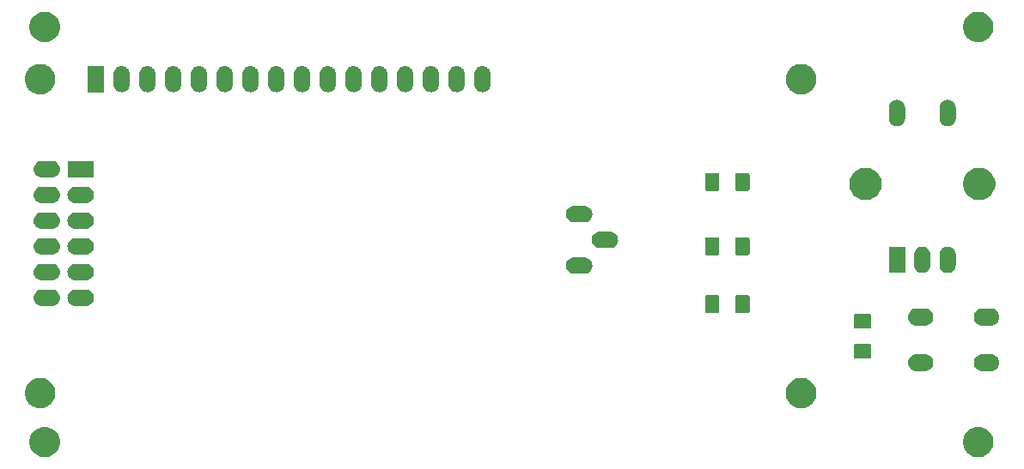
<source format=gbr>
G04 #@! TF.GenerationSoftware,KiCad,Pcbnew,(5.0.1)-rc2*
G04 #@! TF.CreationDate,2020-08-26T14:00:55+08:00*
G04 #@! TF.ProjectId,Peristaltic Pump PCB,506572697374616C7469632050756D70,rev?*
G04 #@! TF.SameCoordinates,PX2ebae40PY9d5b340*
G04 #@! TF.FileFunction,Soldermask,Top*
G04 #@! TF.FilePolarity,Negative*
%FSLAX46Y46*%
G04 Gerber Fmt 4.6, Leading zero omitted, Abs format (unit mm)*
G04 Created by KiCad (PCBNEW (5.0.1)-rc2) date 08/26/20 14:00:55*
%MOMM*%
%LPD*%
G01*
G04 APERTURE LIST*
%ADD10C,0.100000*%
G04 APERTURE END LIST*
D10*
G36*
X96340935Y61461571D02*
X96437534Y61442356D01*
X96710517Y61329283D01*
X96952920Y61167313D01*
X96956197Y61165124D01*
X97165124Y60956197D01*
X97329284Y60710515D01*
X97442356Y60437533D01*
X97500000Y60147739D01*
X97500000Y59852261D01*
X97442356Y59562467D01*
X97329284Y59289485D01*
X97165124Y59043803D01*
X96956197Y58834876D01*
X96956194Y58834874D01*
X96710517Y58670717D01*
X96437534Y58557644D01*
X96340935Y58538429D01*
X96147739Y58500000D01*
X95852261Y58500000D01*
X95659065Y58538429D01*
X95562466Y58557644D01*
X95289483Y58670717D01*
X95043806Y58834874D01*
X95043803Y58834876D01*
X94834876Y59043803D01*
X94670716Y59289485D01*
X94557644Y59562467D01*
X94500000Y59852261D01*
X94500000Y60147739D01*
X94557644Y60437533D01*
X94670716Y60710515D01*
X94834876Y60956197D01*
X95043803Y61165124D01*
X95047080Y61167313D01*
X95289483Y61329283D01*
X95562466Y61442356D01*
X95659065Y61461571D01*
X95852261Y61500000D01*
X96147739Y61500000D01*
X96340935Y61461571D01*
X96340935Y61461571D01*
G37*
G36*
X4340935Y61461571D02*
X4437534Y61442356D01*
X4710517Y61329283D01*
X4952920Y61167313D01*
X4956197Y61165124D01*
X5165124Y60956197D01*
X5329284Y60710515D01*
X5442356Y60437533D01*
X5500000Y60147739D01*
X5500000Y59852261D01*
X5442356Y59562467D01*
X5329284Y59289485D01*
X5165124Y59043803D01*
X4956197Y58834876D01*
X4956194Y58834874D01*
X4710517Y58670717D01*
X4437534Y58557644D01*
X4340935Y58538429D01*
X4147739Y58500000D01*
X3852261Y58500000D01*
X3659065Y58538429D01*
X3562466Y58557644D01*
X3289483Y58670717D01*
X3043806Y58834874D01*
X3043803Y58834876D01*
X2834876Y59043803D01*
X2670716Y59289485D01*
X2557644Y59562467D01*
X2500000Y59852261D01*
X2500000Y60147739D01*
X2557644Y60437533D01*
X2670716Y60710515D01*
X2834876Y60956197D01*
X3043803Y61165124D01*
X3047080Y61167313D01*
X3289483Y61329283D01*
X3562466Y61442356D01*
X3659065Y61461571D01*
X3852261Y61500000D01*
X4147739Y61500000D01*
X4340935Y61461571D01*
X4340935Y61461571D01*
G37*
G36*
X3896835Y66310871D02*
X3993434Y66291656D01*
X4266417Y66178583D01*
X4508820Y66016613D01*
X4512097Y66014424D01*
X4721024Y65805497D01*
X4885184Y65559815D01*
X4998256Y65286833D01*
X5055900Y64997039D01*
X5055900Y64701561D01*
X4998256Y64411767D01*
X4885184Y64138785D01*
X4721024Y63893103D01*
X4512097Y63684176D01*
X4512094Y63684174D01*
X4266417Y63520017D01*
X3993434Y63406944D01*
X3896835Y63387729D01*
X3703639Y63349300D01*
X3408161Y63349300D01*
X3214965Y63387729D01*
X3118366Y63406944D01*
X2845383Y63520017D01*
X2599706Y63684174D01*
X2599703Y63684176D01*
X2390776Y63893103D01*
X2226616Y64138785D01*
X2113544Y64411767D01*
X2055900Y64701561D01*
X2055900Y64997039D01*
X2113544Y65286833D01*
X2226616Y65559815D01*
X2390776Y65805497D01*
X2599703Y66014424D01*
X2602980Y66016613D01*
X2845383Y66178583D01*
X3118366Y66291656D01*
X3214965Y66310871D01*
X3408161Y66349300D01*
X3703639Y66349300D01*
X3896835Y66310871D01*
X3896835Y66310871D01*
G37*
G36*
X78895415Y66310871D02*
X78992014Y66291656D01*
X79264997Y66178583D01*
X79507400Y66016613D01*
X79510677Y66014424D01*
X79719604Y65805497D01*
X79883764Y65559815D01*
X79996836Y65286833D01*
X80054480Y64997039D01*
X80054480Y64701561D01*
X79996836Y64411767D01*
X79883764Y64138785D01*
X79719604Y63893103D01*
X79510677Y63684176D01*
X79510674Y63684174D01*
X79264997Y63520017D01*
X78992014Y63406944D01*
X78895415Y63387729D01*
X78702219Y63349300D01*
X78406741Y63349300D01*
X78213545Y63387729D01*
X78116946Y63406944D01*
X77843963Y63520017D01*
X77598286Y63684174D01*
X77598283Y63684176D01*
X77389356Y63893103D01*
X77225196Y64138785D01*
X77112124Y64411767D01*
X77054480Y64701561D01*
X77054480Y64997039D01*
X77112124Y65286833D01*
X77225196Y65559815D01*
X77389356Y65805497D01*
X77598283Y66014424D01*
X77601560Y66016613D01*
X77843963Y66178583D01*
X78116946Y66291656D01*
X78213545Y66310871D01*
X78406741Y66349300D01*
X78702219Y66349300D01*
X78895415Y66310871D01*
X78895415Y66310871D01*
G37*
G36*
X90901630Y68692701D02*
X91061855Y68644097D01*
X91209520Y68565169D01*
X91338949Y68458949D01*
X91445169Y68329520D01*
X91524097Y68181855D01*
X91572701Y68021630D01*
X91589112Y67855000D01*
X91572701Y67688370D01*
X91524097Y67528145D01*
X91445169Y67380480D01*
X91338949Y67251051D01*
X91209520Y67144831D01*
X91061855Y67065903D01*
X90901630Y67017299D01*
X90776752Y67005000D01*
X89893248Y67005000D01*
X89768370Y67017299D01*
X89608145Y67065903D01*
X89460480Y67144831D01*
X89331051Y67251051D01*
X89224831Y67380480D01*
X89145903Y67528145D01*
X89097299Y67688370D01*
X89080888Y67855000D01*
X89097299Y68021630D01*
X89145903Y68181855D01*
X89224831Y68329520D01*
X89331051Y68458949D01*
X89460480Y68565169D01*
X89608145Y68644097D01*
X89768370Y68692701D01*
X89893248Y68705000D01*
X90776752Y68705000D01*
X90901630Y68692701D01*
X90901630Y68692701D01*
G37*
G36*
X97401630Y68692701D02*
X97561855Y68644097D01*
X97709520Y68565169D01*
X97838949Y68458949D01*
X97945169Y68329520D01*
X98024097Y68181855D01*
X98072701Y68021630D01*
X98089112Y67855000D01*
X98072701Y67688370D01*
X98024097Y67528145D01*
X97945169Y67380480D01*
X97838949Y67251051D01*
X97709520Y67144831D01*
X97561855Y67065903D01*
X97401630Y67017299D01*
X97276752Y67005000D01*
X96393248Y67005000D01*
X96268370Y67017299D01*
X96108145Y67065903D01*
X95960480Y67144831D01*
X95831051Y67251051D01*
X95724831Y67380480D01*
X95645903Y67528145D01*
X95597299Y67688370D01*
X95580888Y67855000D01*
X95597299Y68021630D01*
X95645903Y68181855D01*
X95724831Y68329520D01*
X95831051Y68458949D01*
X95960480Y68565169D01*
X96108145Y68644097D01*
X96268370Y68692701D01*
X96393248Y68705000D01*
X97276752Y68705000D01*
X97401630Y68692701D01*
X97401630Y68692701D01*
G37*
G36*
X85358964Y69671163D02*
X85390528Y69661588D01*
X85419617Y69646040D01*
X85445114Y69625114D01*
X85466040Y69599617D01*
X85481588Y69570528D01*
X85491163Y69538964D01*
X85495000Y69500002D01*
X85495000Y68424998D01*
X85491163Y68386036D01*
X85481588Y68354472D01*
X85466040Y68325383D01*
X85445114Y68299886D01*
X85419617Y68278960D01*
X85390528Y68263412D01*
X85358964Y68253837D01*
X85320002Y68250000D01*
X83919998Y68250000D01*
X83881036Y68253837D01*
X83849472Y68263412D01*
X83820383Y68278960D01*
X83794886Y68299886D01*
X83773960Y68325383D01*
X83758412Y68354472D01*
X83748837Y68386036D01*
X83745000Y68424998D01*
X83745000Y69500002D01*
X83748837Y69538964D01*
X83758412Y69570528D01*
X83773960Y69599617D01*
X83794886Y69625114D01*
X83820383Y69646040D01*
X83849472Y69661588D01*
X83881036Y69671163D01*
X83919998Y69675000D01*
X85320002Y69675000D01*
X85358964Y69671163D01*
X85358964Y69671163D01*
G37*
G36*
X85358964Y72646163D02*
X85390528Y72636588D01*
X85419617Y72621040D01*
X85445114Y72600114D01*
X85466040Y72574617D01*
X85481588Y72545528D01*
X85491163Y72513964D01*
X85495000Y72475002D01*
X85495000Y71399998D01*
X85491163Y71361036D01*
X85481588Y71329472D01*
X85466040Y71300383D01*
X85445114Y71274886D01*
X85419617Y71253960D01*
X85390528Y71238412D01*
X85358964Y71228837D01*
X85320002Y71225000D01*
X83919998Y71225000D01*
X83881036Y71228837D01*
X83849472Y71238412D01*
X83820383Y71253960D01*
X83794886Y71274886D01*
X83773960Y71300383D01*
X83758412Y71329472D01*
X83748837Y71361036D01*
X83745000Y71399998D01*
X83745000Y72475002D01*
X83748837Y72513964D01*
X83758412Y72545528D01*
X83773960Y72574617D01*
X83794886Y72600114D01*
X83820383Y72621040D01*
X83849472Y72636588D01*
X83881036Y72646163D01*
X83919998Y72650000D01*
X85320002Y72650000D01*
X85358964Y72646163D01*
X85358964Y72646163D01*
G37*
G36*
X97401630Y73192701D02*
X97561855Y73144097D01*
X97709520Y73065169D01*
X97838949Y72958949D01*
X97945169Y72829520D01*
X98024097Y72681855D01*
X98072701Y72521630D01*
X98089112Y72355000D01*
X98072701Y72188370D01*
X98024097Y72028145D01*
X97945169Y71880480D01*
X97838949Y71751051D01*
X97709520Y71644831D01*
X97561855Y71565903D01*
X97401630Y71517299D01*
X97276752Y71505000D01*
X96393248Y71505000D01*
X96268370Y71517299D01*
X96108145Y71565903D01*
X95960480Y71644831D01*
X95831051Y71751051D01*
X95724831Y71880480D01*
X95645903Y72028145D01*
X95597299Y72188370D01*
X95580888Y72355000D01*
X95597299Y72521630D01*
X95645903Y72681855D01*
X95724831Y72829520D01*
X95831051Y72958949D01*
X95960480Y73065169D01*
X96108145Y73144097D01*
X96268370Y73192701D01*
X96393248Y73205000D01*
X97276752Y73205000D01*
X97401630Y73192701D01*
X97401630Y73192701D01*
G37*
G36*
X90901630Y73192701D02*
X91061855Y73144097D01*
X91209520Y73065169D01*
X91338949Y72958949D01*
X91445169Y72829520D01*
X91524097Y72681855D01*
X91572701Y72521630D01*
X91589112Y72355000D01*
X91572701Y72188370D01*
X91524097Y72028145D01*
X91445169Y71880480D01*
X91338949Y71751051D01*
X91209520Y71644831D01*
X91061855Y71565903D01*
X90901630Y71517299D01*
X90776752Y71505000D01*
X89893248Y71505000D01*
X89768370Y71517299D01*
X89608145Y71565903D01*
X89460480Y71644831D01*
X89331051Y71751051D01*
X89224831Y71880480D01*
X89145903Y72028145D01*
X89097299Y72188370D01*
X89080888Y72355000D01*
X89097299Y72521630D01*
X89145903Y72681855D01*
X89224831Y72829520D01*
X89331051Y72958949D01*
X89460480Y73065169D01*
X89608145Y73144097D01*
X89768370Y73192701D01*
X89893248Y73205000D01*
X90776752Y73205000D01*
X90901630Y73192701D01*
X90901630Y73192701D01*
G37*
G36*
X70373964Y74496163D02*
X70405528Y74486588D01*
X70434617Y74471040D01*
X70460114Y74450114D01*
X70481040Y74424617D01*
X70496588Y74395528D01*
X70506163Y74363964D01*
X70510000Y74325002D01*
X70510000Y72924998D01*
X70506163Y72886036D01*
X70496588Y72854472D01*
X70481040Y72825383D01*
X70460114Y72799886D01*
X70434617Y72778960D01*
X70405528Y72763412D01*
X70373964Y72753837D01*
X70335002Y72750000D01*
X69259998Y72750000D01*
X69221036Y72753837D01*
X69189472Y72763412D01*
X69160383Y72778960D01*
X69134886Y72799886D01*
X69113960Y72825383D01*
X69098412Y72854472D01*
X69088837Y72886036D01*
X69085000Y72924998D01*
X69085000Y74325002D01*
X69088837Y74363964D01*
X69098412Y74395528D01*
X69113960Y74424617D01*
X69134886Y74450114D01*
X69160383Y74471040D01*
X69189472Y74486588D01*
X69221036Y74496163D01*
X69259998Y74500000D01*
X70335002Y74500000D01*
X70373964Y74496163D01*
X70373964Y74496163D01*
G37*
G36*
X73348964Y74496163D02*
X73380528Y74486588D01*
X73409617Y74471040D01*
X73435114Y74450114D01*
X73456040Y74424617D01*
X73471588Y74395528D01*
X73481163Y74363964D01*
X73485000Y74325002D01*
X73485000Y72924998D01*
X73481163Y72886036D01*
X73471588Y72854472D01*
X73456040Y72825383D01*
X73435114Y72799886D01*
X73409617Y72778960D01*
X73380528Y72763412D01*
X73348964Y72753837D01*
X73310002Y72750000D01*
X72234998Y72750000D01*
X72196036Y72753837D01*
X72164472Y72763412D01*
X72135383Y72778960D01*
X72109886Y72799886D01*
X72088960Y72825383D01*
X72073412Y72854472D01*
X72063837Y72886036D01*
X72060000Y72924998D01*
X72060000Y74325002D01*
X72063837Y74363964D01*
X72073412Y74395528D01*
X72088960Y74424617D01*
X72109886Y74450114D01*
X72135383Y74471040D01*
X72164472Y74486588D01*
X72196036Y74496163D01*
X72234998Y74500000D01*
X73310002Y74500000D01*
X73348964Y74496163D01*
X73348964Y74496163D01*
G37*
G36*
X4827649Y75052283D02*
X4866827Y75048424D01*
X4942228Y75025551D01*
X5017629Y75002679D01*
X5156608Y74928392D01*
X5278422Y74828422D01*
X5378392Y74706608D01*
X5452679Y74567629D01*
X5452679Y74567628D01*
X5498424Y74416827D01*
X5505432Y74345671D01*
X5513870Y74260000D01*
X5498424Y74103174D01*
X5452679Y73952371D01*
X5378392Y73813392D01*
X5278422Y73691578D01*
X5156608Y73591608D01*
X5017629Y73517321D01*
X4942228Y73494449D01*
X4866827Y73471576D01*
X4827649Y73467717D01*
X4749295Y73460000D01*
X3670705Y73460000D01*
X3592351Y73467717D01*
X3553173Y73471576D01*
X3477772Y73494449D01*
X3402371Y73517321D01*
X3263392Y73591608D01*
X3141578Y73691578D01*
X3041608Y73813392D01*
X2967321Y73952371D01*
X2921576Y74103174D01*
X2906130Y74260000D01*
X2914568Y74345671D01*
X2921576Y74416827D01*
X2967321Y74567628D01*
X2967321Y74567629D01*
X3041608Y74706608D01*
X3141578Y74828422D01*
X3263392Y74928392D01*
X3402371Y75002679D01*
X3477772Y75025551D01*
X3553173Y75048424D01*
X3592351Y75052283D01*
X3670705Y75060000D01*
X4749295Y75060000D01*
X4827649Y75052283D01*
X4827649Y75052283D01*
G37*
G36*
X8167649Y75052283D02*
X8206827Y75048424D01*
X8282228Y75025551D01*
X8357629Y75002679D01*
X8496608Y74928392D01*
X8618422Y74828422D01*
X8718392Y74706608D01*
X8792679Y74567629D01*
X8792679Y74567628D01*
X8838424Y74416827D01*
X8845432Y74345671D01*
X8853870Y74260000D01*
X8838424Y74103174D01*
X8792679Y73952371D01*
X8718392Y73813392D01*
X8618422Y73691578D01*
X8496608Y73591608D01*
X8357629Y73517321D01*
X8282228Y73494449D01*
X8206827Y73471576D01*
X8167649Y73467717D01*
X8089295Y73460000D01*
X7010705Y73460000D01*
X6932351Y73467717D01*
X6893173Y73471576D01*
X6817772Y73494449D01*
X6742371Y73517321D01*
X6603392Y73591608D01*
X6481578Y73691578D01*
X6381608Y73813392D01*
X6307321Y73952371D01*
X6261576Y74103174D01*
X6246130Y74260000D01*
X6254568Y74345671D01*
X6261576Y74416827D01*
X6307321Y74567628D01*
X6307321Y74567629D01*
X6381608Y74706608D01*
X6481578Y74828422D01*
X6603392Y74928392D01*
X6742371Y75002679D01*
X6817772Y75025551D01*
X6893173Y75048424D01*
X6932351Y75052283D01*
X7010705Y75060000D01*
X8089295Y75060000D01*
X8167649Y75052283D01*
X8167649Y75052283D01*
G37*
G36*
X8167649Y77592283D02*
X8206827Y77588424D01*
X8282227Y77565552D01*
X8357629Y77542679D01*
X8496608Y77468392D01*
X8618422Y77368422D01*
X8718392Y77246608D01*
X8792679Y77107629D01*
X8792679Y77107628D01*
X8838424Y76956827D01*
X8853870Y76800000D01*
X8838424Y76643173D01*
X8815552Y76567773D01*
X8792679Y76492371D01*
X8718392Y76353392D01*
X8618422Y76231578D01*
X8496608Y76131608D01*
X8357629Y76057321D01*
X8282228Y76034449D01*
X8206827Y76011576D01*
X8167649Y76007717D01*
X8089295Y76000000D01*
X7010705Y76000000D01*
X6932351Y76007717D01*
X6893173Y76011576D01*
X6817772Y76034449D01*
X6742371Y76057321D01*
X6603392Y76131608D01*
X6481578Y76231578D01*
X6381608Y76353392D01*
X6307321Y76492371D01*
X6284449Y76567772D01*
X6261576Y76643173D01*
X6246130Y76800000D01*
X6261576Y76956827D01*
X6307321Y77107628D01*
X6307321Y77107629D01*
X6381608Y77246608D01*
X6481578Y77368422D01*
X6603392Y77468392D01*
X6742371Y77542679D01*
X6817773Y77565552D01*
X6893173Y77588424D01*
X6932351Y77592283D01*
X7010705Y77600000D01*
X8089295Y77600000D01*
X8167649Y77592283D01*
X8167649Y77592283D01*
G37*
G36*
X4827649Y77592283D02*
X4866827Y77588424D01*
X4942227Y77565552D01*
X5017629Y77542679D01*
X5156608Y77468392D01*
X5278422Y77368422D01*
X5378392Y77246608D01*
X5452679Y77107629D01*
X5452679Y77107628D01*
X5498424Y76956827D01*
X5513870Y76800000D01*
X5498424Y76643173D01*
X5475552Y76567773D01*
X5452679Y76492371D01*
X5378392Y76353392D01*
X5278422Y76231578D01*
X5156608Y76131608D01*
X5017629Y76057321D01*
X4942228Y76034449D01*
X4866827Y76011576D01*
X4827649Y76007717D01*
X4749295Y76000000D01*
X3670705Y76000000D01*
X3592351Y76007717D01*
X3553173Y76011576D01*
X3477772Y76034449D01*
X3402371Y76057321D01*
X3263392Y76131608D01*
X3141578Y76231578D01*
X3041608Y76353392D01*
X2967321Y76492371D01*
X2944449Y76567772D01*
X2921576Y76643173D01*
X2906130Y76800000D01*
X2921576Y76956827D01*
X2967321Y77107628D01*
X2967321Y77107629D01*
X3041608Y77246608D01*
X3141578Y77368422D01*
X3263392Y77468392D01*
X3402371Y77542679D01*
X3477773Y77565552D01*
X3553173Y77588424D01*
X3592351Y77592283D01*
X3670705Y77600000D01*
X4749295Y77600000D01*
X4827649Y77592283D01*
X4827649Y77592283D01*
G37*
G36*
X57297649Y78227283D02*
X57336827Y78223424D01*
X57412227Y78200552D01*
X57487629Y78177679D01*
X57626608Y78103392D01*
X57748422Y78003422D01*
X57848392Y77881608D01*
X57922679Y77742629D01*
X57922679Y77742628D01*
X57965945Y77600000D01*
X57968424Y77591826D01*
X57983870Y77435000D01*
X57968424Y77278174D01*
X57922679Y77127371D01*
X57848392Y76988392D01*
X57748422Y76866578D01*
X57626608Y76766608D01*
X57487629Y76692321D01*
X57412227Y76669448D01*
X57336827Y76646576D01*
X57302286Y76643174D01*
X57219295Y76635000D01*
X56140705Y76635000D01*
X56057714Y76643174D01*
X56023173Y76646576D01*
X55947773Y76669448D01*
X55872371Y76692321D01*
X55733392Y76766608D01*
X55611578Y76866578D01*
X55511608Y76988392D01*
X55437321Y77127371D01*
X55391576Y77278174D01*
X55376130Y77435000D01*
X55391576Y77591826D01*
X55394056Y77600000D01*
X55437321Y77742628D01*
X55437321Y77742629D01*
X55511608Y77881608D01*
X55611578Y78003422D01*
X55733392Y78103392D01*
X55872371Y78177679D01*
X55947773Y78200552D01*
X56023173Y78223424D01*
X56062351Y78227283D01*
X56140705Y78235000D01*
X57219295Y78235000D01*
X57297649Y78227283D01*
X57297649Y78227283D01*
G37*
G36*
X90656826Y79288424D02*
X90732226Y79265552D01*
X90807628Y79242679D01*
X90946604Y79168394D01*
X90946606Y79168393D01*
X90946605Y79168393D01*
X91068422Y79068422D01*
X91068423Y79068420D01*
X91068425Y79068419D01*
X91168392Y78946608D01*
X91242679Y78807629D01*
X91253615Y78771578D01*
X91285573Y78666227D01*
X91288424Y78656826D01*
X91300000Y78539295D01*
X91300000Y77460705D01*
X91288424Y77343174D01*
X91242679Y77192371D01*
X91168392Y77053392D01*
X91068422Y76931578D01*
X90946608Y76831608D01*
X90807629Y76757321D01*
X90732228Y76734449D01*
X90656827Y76711576D01*
X90500000Y76696130D01*
X90343174Y76711576D01*
X90267773Y76734449D01*
X90192372Y76757321D01*
X90053393Y76831608D01*
X89931579Y76931578D01*
X89831609Y77053392D01*
X89757322Y77192371D01*
X89711577Y77343174D01*
X89700001Y77460705D01*
X89700000Y78539294D01*
X89711576Y78656825D01*
X89711577Y78656827D01*
X89734449Y78732227D01*
X89757321Y78807628D01*
X89831606Y78946604D01*
X89856600Y78977059D01*
X89931578Y79068422D01*
X89931580Y79068423D01*
X89931581Y79068425D01*
X90053392Y79168392D01*
X90192371Y79242679D01*
X90267773Y79265552D01*
X90343173Y79288424D01*
X90500000Y79303870D01*
X90656826Y79288424D01*
X90656826Y79288424D01*
G37*
G36*
X93156826Y79288424D02*
X93232226Y79265552D01*
X93307628Y79242679D01*
X93446604Y79168394D01*
X93446606Y79168393D01*
X93446605Y79168393D01*
X93568422Y79068422D01*
X93568423Y79068420D01*
X93568425Y79068419D01*
X93668392Y78946608D01*
X93742679Y78807629D01*
X93753615Y78771578D01*
X93785573Y78666227D01*
X93788424Y78656826D01*
X93800000Y78539295D01*
X93800000Y77460705D01*
X93788424Y77343174D01*
X93742679Y77192371D01*
X93668392Y77053392D01*
X93568422Y76931578D01*
X93446608Y76831608D01*
X93307629Y76757321D01*
X93232228Y76734449D01*
X93156827Y76711576D01*
X93000000Y76696130D01*
X92843174Y76711576D01*
X92767773Y76734449D01*
X92692372Y76757321D01*
X92553393Y76831608D01*
X92431579Y76931578D01*
X92331609Y77053392D01*
X92257322Y77192371D01*
X92211577Y77343174D01*
X92200001Y77460705D01*
X92200000Y78539294D01*
X92211576Y78656825D01*
X92211577Y78656827D01*
X92234449Y78732227D01*
X92257321Y78807628D01*
X92331606Y78946604D01*
X92356600Y78977059D01*
X92431578Y79068422D01*
X92431580Y79068423D01*
X92431581Y79068425D01*
X92553392Y79168392D01*
X92692371Y79242679D01*
X92767773Y79265552D01*
X92843173Y79288424D01*
X93000000Y79303870D01*
X93156826Y79288424D01*
X93156826Y79288424D01*
G37*
G36*
X88800000Y76700000D02*
X87200000Y76700000D01*
X87200000Y79300000D01*
X88800000Y79300000D01*
X88800000Y76700000D01*
X88800000Y76700000D01*
G37*
G36*
X70373964Y80211163D02*
X70405528Y80201588D01*
X70434617Y80186040D01*
X70460114Y80165114D01*
X70481040Y80139617D01*
X70496588Y80110528D01*
X70506163Y80078964D01*
X70510000Y80040002D01*
X70510000Y78639998D01*
X70506163Y78601036D01*
X70496588Y78569472D01*
X70481040Y78540383D01*
X70460114Y78514886D01*
X70434617Y78493960D01*
X70405528Y78478412D01*
X70373964Y78468837D01*
X70335002Y78465000D01*
X69259998Y78465000D01*
X69221036Y78468837D01*
X69189472Y78478412D01*
X69160383Y78493960D01*
X69134886Y78514886D01*
X69113960Y78540383D01*
X69098412Y78569472D01*
X69088837Y78601036D01*
X69085000Y78639998D01*
X69085000Y80040002D01*
X69088837Y80078964D01*
X69098412Y80110528D01*
X69113960Y80139617D01*
X69134886Y80165114D01*
X69160383Y80186040D01*
X69189472Y80201588D01*
X69221036Y80211163D01*
X69259998Y80215000D01*
X70335002Y80215000D01*
X70373964Y80211163D01*
X70373964Y80211163D01*
G37*
G36*
X73348964Y80211163D02*
X73380528Y80201588D01*
X73409617Y80186040D01*
X73435114Y80165114D01*
X73456040Y80139617D01*
X73471588Y80110528D01*
X73481163Y80078964D01*
X73485000Y80040002D01*
X73485000Y78639998D01*
X73481163Y78601036D01*
X73471588Y78569472D01*
X73456040Y78540383D01*
X73435114Y78514886D01*
X73409617Y78493960D01*
X73380528Y78478412D01*
X73348964Y78468837D01*
X73310002Y78465000D01*
X72234998Y78465000D01*
X72196036Y78468837D01*
X72164472Y78478412D01*
X72135383Y78493960D01*
X72109886Y78514886D01*
X72088960Y78540383D01*
X72073412Y78569472D01*
X72063837Y78601036D01*
X72060000Y78639998D01*
X72060000Y80040002D01*
X72063837Y80078964D01*
X72073412Y80110528D01*
X72088960Y80139617D01*
X72109886Y80165114D01*
X72135383Y80186040D01*
X72164472Y80201588D01*
X72196036Y80211163D01*
X72234998Y80215000D01*
X73310002Y80215000D01*
X73348964Y80211163D01*
X73348964Y80211163D01*
G37*
G36*
X4827649Y80132283D02*
X4866827Y80128424D01*
X4925822Y80110528D01*
X5017629Y80082679D01*
X5156608Y80008392D01*
X5278422Y79908422D01*
X5378392Y79786608D01*
X5452679Y79647629D01*
X5452679Y79647628D01*
X5498424Y79496827D01*
X5513870Y79340000D01*
X5498424Y79183173D01*
X5493940Y79168392D01*
X5452679Y79032371D01*
X5378392Y78893392D01*
X5278422Y78771578D01*
X5156608Y78671608D01*
X5017629Y78597321D01*
X4947695Y78576107D01*
X4866827Y78551576D01*
X4827649Y78547717D01*
X4749295Y78540000D01*
X3670705Y78540000D01*
X3592351Y78547717D01*
X3553173Y78551576D01*
X3472305Y78576107D01*
X3402371Y78597321D01*
X3263392Y78671608D01*
X3141578Y78771578D01*
X3041608Y78893392D01*
X2967321Y79032371D01*
X2926060Y79168392D01*
X2921576Y79183173D01*
X2906130Y79340000D01*
X2921576Y79496827D01*
X2967321Y79647628D01*
X2967321Y79647629D01*
X3041608Y79786608D01*
X3141578Y79908422D01*
X3263392Y80008392D01*
X3402371Y80082679D01*
X3494178Y80110528D01*
X3553173Y80128424D01*
X3592351Y80132283D01*
X3670705Y80140000D01*
X4749295Y80140000D01*
X4827649Y80132283D01*
X4827649Y80132283D01*
G37*
G36*
X8167649Y80132283D02*
X8206827Y80128424D01*
X8265822Y80110528D01*
X8357629Y80082679D01*
X8496608Y80008392D01*
X8618422Y79908422D01*
X8718392Y79786608D01*
X8792679Y79647629D01*
X8792679Y79647628D01*
X8838424Y79496827D01*
X8853870Y79340000D01*
X8838424Y79183173D01*
X8833940Y79168392D01*
X8792679Y79032371D01*
X8718392Y78893392D01*
X8618422Y78771578D01*
X8496608Y78671608D01*
X8357629Y78597321D01*
X8287695Y78576107D01*
X8206827Y78551576D01*
X8167649Y78547717D01*
X8089295Y78540000D01*
X7010705Y78540000D01*
X6932351Y78547717D01*
X6893173Y78551576D01*
X6812305Y78576107D01*
X6742371Y78597321D01*
X6603392Y78671608D01*
X6481578Y78771578D01*
X6381608Y78893392D01*
X6307321Y79032371D01*
X6266060Y79168392D01*
X6261576Y79183173D01*
X6246130Y79340000D01*
X6261576Y79496827D01*
X6307321Y79647628D01*
X6307321Y79647629D01*
X6381608Y79786608D01*
X6481578Y79908422D01*
X6603392Y80008392D01*
X6742371Y80082679D01*
X6834178Y80110528D01*
X6893173Y80128424D01*
X6932351Y80132283D01*
X7010705Y80140000D01*
X8089295Y80140000D01*
X8167649Y80132283D01*
X8167649Y80132283D01*
G37*
G36*
X59837649Y80767283D02*
X59876827Y80763424D01*
X59952228Y80740551D01*
X60027629Y80717679D01*
X60166608Y80643392D01*
X60288422Y80543422D01*
X60388392Y80421608D01*
X60462679Y80282629D01*
X60462679Y80282628D01*
X60508424Y80131827D01*
X60515432Y80060671D01*
X60523870Y79975000D01*
X60508424Y79818174D01*
X60462679Y79667371D01*
X60388392Y79528392D01*
X60288422Y79406578D01*
X60166608Y79306608D01*
X60027629Y79232321D01*
X59952228Y79209449D01*
X59876827Y79186576D01*
X59842286Y79183174D01*
X59759295Y79175000D01*
X58680705Y79175000D01*
X58597714Y79183174D01*
X58563173Y79186576D01*
X58487772Y79209449D01*
X58412371Y79232321D01*
X58273392Y79306608D01*
X58151578Y79406578D01*
X58051608Y79528392D01*
X57977321Y79667371D01*
X57931576Y79818174D01*
X57916130Y79975000D01*
X57924568Y80060671D01*
X57931576Y80131827D01*
X57977321Y80282628D01*
X57977321Y80282629D01*
X58051608Y80421608D01*
X58151578Y80543422D01*
X58273392Y80643392D01*
X58412371Y80717679D01*
X58487772Y80740551D01*
X58563173Y80763424D01*
X58602351Y80767283D01*
X58680705Y80775000D01*
X59759295Y80775000D01*
X59837649Y80767283D01*
X59837649Y80767283D01*
G37*
G36*
X8167649Y82672283D02*
X8206827Y82668424D01*
X8282228Y82645551D01*
X8357629Y82622679D01*
X8496608Y82548392D01*
X8618422Y82448422D01*
X8718392Y82326608D01*
X8792679Y82187629D01*
X8792679Y82187628D01*
X8838424Y82036827D01*
X8853870Y81880000D01*
X8838424Y81723173D01*
X8815552Y81647773D01*
X8792679Y81572371D01*
X8718392Y81433392D01*
X8618422Y81311578D01*
X8496608Y81211608D01*
X8357629Y81137321D01*
X8282228Y81114449D01*
X8206827Y81091576D01*
X8167649Y81087717D01*
X8089295Y81080000D01*
X7010705Y81080000D01*
X6932351Y81087717D01*
X6893173Y81091576D01*
X6817772Y81114449D01*
X6742371Y81137321D01*
X6603392Y81211608D01*
X6481578Y81311578D01*
X6381608Y81433392D01*
X6307321Y81572371D01*
X6284448Y81647773D01*
X6261576Y81723173D01*
X6246130Y81880000D01*
X6261576Y82036827D01*
X6307321Y82187628D01*
X6307321Y82187629D01*
X6381608Y82326608D01*
X6481578Y82448422D01*
X6603392Y82548392D01*
X6742371Y82622679D01*
X6817772Y82645551D01*
X6893173Y82668424D01*
X6932351Y82672283D01*
X7010705Y82680000D01*
X8089295Y82680000D01*
X8167649Y82672283D01*
X8167649Y82672283D01*
G37*
G36*
X4827649Y82672283D02*
X4866827Y82668424D01*
X4942228Y82645551D01*
X5017629Y82622679D01*
X5156608Y82548392D01*
X5278422Y82448422D01*
X5378392Y82326608D01*
X5452679Y82187629D01*
X5452679Y82187628D01*
X5498424Y82036827D01*
X5513870Y81880000D01*
X5498424Y81723173D01*
X5475552Y81647773D01*
X5452679Y81572371D01*
X5378392Y81433392D01*
X5278422Y81311578D01*
X5156608Y81211608D01*
X5017629Y81137321D01*
X4942228Y81114449D01*
X4866827Y81091576D01*
X4827649Y81087717D01*
X4749295Y81080000D01*
X3670705Y81080000D01*
X3592351Y81087717D01*
X3553173Y81091576D01*
X3477772Y81114449D01*
X3402371Y81137321D01*
X3263392Y81211608D01*
X3141578Y81311578D01*
X3041608Y81433392D01*
X2967321Y81572371D01*
X2944448Y81647773D01*
X2921576Y81723173D01*
X2906130Y81880000D01*
X2921576Y82036827D01*
X2967321Y82187628D01*
X2967321Y82187629D01*
X3041608Y82326608D01*
X3141578Y82448422D01*
X3263392Y82548392D01*
X3402371Y82622679D01*
X3477772Y82645551D01*
X3553173Y82668424D01*
X3592351Y82672283D01*
X3670705Y82680000D01*
X4749295Y82680000D01*
X4827649Y82672283D01*
X4827649Y82672283D01*
G37*
G36*
X57297649Y83307283D02*
X57336827Y83303424D01*
X57412227Y83280552D01*
X57487629Y83257679D01*
X57626608Y83183392D01*
X57748422Y83083422D01*
X57848392Y82961608D01*
X57922679Y82822629D01*
X57922679Y82822628D01*
X57965945Y82680000D01*
X57968424Y82671826D01*
X57983870Y82515000D01*
X57968424Y82358174D01*
X57922679Y82207371D01*
X57848392Y82068392D01*
X57748422Y81946578D01*
X57626608Y81846608D01*
X57487629Y81772321D01*
X57412227Y81749448D01*
X57336827Y81726576D01*
X57302286Y81723174D01*
X57219295Y81715000D01*
X56140705Y81715000D01*
X56057714Y81723174D01*
X56023173Y81726576D01*
X55947773Y81749448D01*
X55872371Y81772321D01*
X55733392Y81846608D01*
X55611578Y81946578D01*
X55511608Y82068392D01*
X55437321Y82207371D01*
X55391576Y82358174D01*
X55376130Y82515000D01*
X55391576Y82671826D01*
X55394056Y82680000D01*
X55437321Y82822628D01*
X55437321Y82822629D01*
X55511608Y82961608D01*
X55611578Y83083422D01*
X55733392Y83183392D01*
X55872371Y83257679D01*
X55947773Y83280552D01*
X56023173Y83303424D01*
X56062351Y83307283D01*
X56140705Y83315000D01*
X57219295Y83315000D01*
X57297649Y83307283D01*
X57297649Y83307283D01*
G37*
G36*
X4827649Y85212283D02*
X4866827Y85208424D01*
X4942227Y85185552D01*
X5017629Y85162679D01*
X5156608Y85088392D01*
X5278422Y84988422D01*
X5378392Y84866608D01*
X5452679Y84727629D01*
X5498424Y84576826D01*
X5513870Y84420000D01*
X5498424Y84263174D01*
X5452679Y84112371D01*
X5378392Y83973392D01*
X5278422Y83851578D01*
X5156608Y83751608D01*
X5017629Y83677321D01*
X4942228Y83654449D01*
X4866827Y83631576D01*
X4827649Y83627717D01*
X4749295Y83620000D01*
X3670705Y83620000D01*
X3592351Y83627717D01*
X3553173Y83631576D01*
X3477773Y83654448D01*
X3402371Y83677321D01*
X3263392Y83751608D01*
X3141578Y83851578D01*
X3041608Y83973392D01*
X2967321Y84112371D01*
X2921576Y84263174D01*
X2906130Y84420000D01*
X2921576Y84576826D01*
X2967321Y84727629D01*
X3041608Y84866608D01*
X3141578Y84988422D01*
X3263392Y85088392D01*
X3402371Y85162679D01*
X3477773Y85185552D01*
X3553173Y85208424D01*
X3592351Y85212283D01*
X3670705Y85220000D01*
X4749295Y85220000D01*
X4827649Y85212283D01*
X4827649Y85212283D01*
G37*
G36*
X8167649Y85212283D02*
X8206827Y85208424D01*
X8282227Y85185552D01*
X8357629Y85162679D01*
X8496608Y85088392D01*
X8618422Y84988422D01*
X8718392Y84866608D01*
X8792679Y84727629D01*
X8838424Y84576826D01*
X8853870Y84420000D01*
X8838424Y84263174D01*
X8792679Y84112371D01*
X8718392Y83973392D01*
X8618422Y83851578D01*
X8496608Y83751608D01*
X8357629Y83677321D01*
X8282228Y83654449D01*
X8206827Y83631576D01*
X8167649Y83627717D01*
X8089295Y83620000D01*
X7010705Y83620000D01*
X6932351Y83627717D01*
X6893173Y83631576D01*
X6817773Y83654448D01*
X6742371Y83677321D01*
X6603392Y83751608D01*
X6481578Y83851578D01*
X6381608Y83973392D01*
X6307321Y84112371D01*
X6261576Y84263174D01*
X6246130Y84420000D01*
X6261576Y84576826D01*
X6307321Y84727629D01*
X6381608Y84866608D01*
X6481578Y84988422D01*
X6603392Y85088392D01*
X6742371Y85162679D01*
X6817773Y85185552D01*
X6893173Y85208424D01*
X6932351Y85212283D01*
X7010705Y85220000D01*
X8089295Y85220000D01*
X8167649Y85212283D01*
X8167649Y85212283D01*
G37*
G36*
X85366703Y87038514D02*
X85657883Y86917903D01*
X85919944Y86742799D01*
X86142799Y86519944D01*
X86317903Y86257883D01*
X86438514Y85966703D01*
X86500000Y85657588D01*
X86500000Y85342412D01*
X86438514Y85033297D01*
X86317903Y84742117D01*
X86142799Y84480056D01*
X85919944Y84257201D01*
X85657883Y84082097D01*
X85366703Y83961486D01*
X85057588Y83900000D01*
X84742412Y83900000D01*
X84433297Y83961486D01*
X84142117Y84082097D01*
X83880056Y84257201D01*
X83657201Y84480056D01*
X83482097Y84742117D01*
X83361486Y85033297D01*
X83300000Y85342412D01*
X83300000Y85657588D01*
X83361486Y85966703D01*
X83482097Y86257883D01*
X83657201Y86519944D01*
X83880056Y86742799D01*
X84142117Y86917903D01*
X84433297Y87038514D01*
X84742412Y87100000D01*
X85057588Y87100000D01*
X85366703Y87038514D01*
X85366703Y87038514D01*
G37*
G36*
X96566703Y87038514D02*
X96857883Y86917903D01*
X97119944Y86742799D01*
X97342799Y86519944D01*
X97517903Y86257883D01*
X97638514Y85966703D01*
X97700000Y85657588D01*
X97700000Y85342412D01*
X97638514Y85033297D01*
X97517903Y84742117D01*
X97342799Y84480056D01*
X97119944Y84257201D01*
X96857883Y84082097D01*
X96566703Y83961486D01*
X96257588Y83900000D01*
X95942412Y83900000D01*
X95633297Y83961486D01*
X95342117Y84082097D01*
X95080056Y84257201D01*
X94857201Y84480056D01*
X94682097Y84742117D01*
X94561486Y85033297D01*
X94500000Y85342412D01*
X94500000Y85657588D01*
X94561486Y85966703D01*
X94682097Y86257883D01*
X94857201Y86519944D01*
X95080056Y86742799D01*
X95342117Y86917903D01*
X95633297Y87038514D01*
X95942412Y87100000D01*
X96257588Y87100000D01*
X96566703Y87038514D01*
X96566703Y87038514D01*
G37*
G36*
X70373964Y86561163D02*
X70405528Y86551588D01*
X70434617Y86536040D01*
X70460114Y86515114D01*
X70481040Y86489617D01*
X70496588Y86460528D01*
X70506163Y86428964D01*
X70510000Y86390002D01*
X70510000Y84989998D01*
X70506163Y84951036D01*
X70496588Y84919472D01*
X70481040Y84890383D01*
X70460114Y84864886D01*
X70434617Y84843960D01*
X70405528Y84828412D01*
X70373964Y84818837D01*
X70335002Y84815000D01*
X69259998Y84815000D01*
X69221036Y84818837D01*
X69189472Y84828412D01*
X69160383Y84843960D01*
X69134886Y84864886D01*
X69113960Y84890383D01*
X69098412Y84919472D01*
X69088837Y84951036D01*
X69085000Y84989998D01*
X69085000Y86390002D01*
X69088837Y86428964D01*
X69098412Y86460528D01*
X69113960Y86489617D01*
X69134886Y86515114D01*
X69160383Y86536040D01*
X69189472Y86551588D01*
X69221036Y86561163D01*
X69259998Y86565000D01*
X70335002Y86565000D01*
X70373964Y86561163D01*
X70373964Y86561163D01*
G37*
G36*
X73348964Y86561163D02*
X73380528Y86551588D01*
X73409617Y86536040D01*
X73435114Y86515114D01*
X73456040Y86489617D01*
X73471588Y86460528D01*
X73481163Y86428964D01*
X73485000Y86390002D01*
X73485000Y84989998D01*
X73481163Y84951036D01*
X73471588Y84919472D01*
X73456040Y84890383D01*
X73435114Y84864886D01*
X73409617Y84843960D01*
X73380528Y84828412D01*
X73348964Y84818837D01*
X73310002Y84815000D01*
X72234998Y84815000D01*
X72196036Y84818837D01*
X72164472Y84828412D01*
X72135383Y84843960D01*
X72109886Y84864886D01*
X72088960Y84890383D01*
X72073412Y84919472D01*
X72063837Y84951036D01*
X72060000Y84989998D01*
X72060000Y86390002D01*
X72063837Y86428964D01*
X72073412Y86460528D01*
X72088960Y86489617D01*
X72109886Y86515114D01*
X72135383Y86536040D01*
X72164472Y86551588D01*
X72196036Y86561163D01*
X72234998Y86565000D01*
X73310002Y86565000D01*
X73348964Y86561163D01*
X73348964Y86561163D01*
G37*
G36*
X4827649Y87752283D02*
X4866827Y87748424D01*
X4942228Y87725551D01*
X5017629Y87702679D01*
X5156608Y87628392D01*
X5278422Y87528422D01*
X5378392Y87406608D01*
X5452679Y87267629D01*
X5498424Y87116826D01*
X5513870Y86960000D01*
X5498424Y86803174D01*
X5452679Y86652371D01*
X5378392Y86513392D01*
X5278422Y86391578D01*
X5156608Y86291608D01*
X5017629Y86217321D01*
X4942227Y86194448D01*
X4866827Y86171576D01*
X4827649Y86167717D01*
X4749295Y86160000D01*
X3670705Y86160000D01*
X3592351Y86167717D01*
X3553173Y86171576D01*
X3477772Y86194449D01*
X3402371Y86217321D01*
X3263392Y86291608D01*
X3141578Y86391578D01*
X3041608Y86513392D01*
X2967321Y86652371D01*
X2921576Y86803174D01*
X2906130Y86960000D01*
X2921576Y87116826D01*
X2967321Y87267629D01*
X3041608Y87406608D01*
X3141578Y87528422D01*
X3263392Y87628392D01*
X3402371Y87702679D01*
X3477772Y87725551D01*
X3553173Y87748424D01*
X3592351Y87752283D01*
X3670705Y87760000D01*
X4749295Y87760000D01*
X4827649Y87752283D01*
X4827649Y87752283D01*
G37*
G36*
X8850000Y86160000D02*
X6250000Y86160000D01*
X6250000Y87760000D01*
X8850000Y87760000D01*
X8850000Y86160000D01*
X8850000Y86160000D01*
G37*
G36*
X93156826Y93788424D02*
X93232226Y93765552D01*
X93307628Y93742679D01*
X93446604Y93668394D01*
X93446606Y93668393D01*
X93446605Y93668393D01*
X93568422Y93568422D01*
X93568423Y93568420D01*
X93568425Y93568419D01*
X93668392Y93446608D01*
X93742679Y93307629D01*
X93788424Y93156826D01*
X93800000Y93039295D01*
X93800000Y91960705D01*
X93788424Y91843174D01*
X93742679Y91692371D01*
X93668392Y91553392D01*
X93568422Y91431578D01*
X93446608Y91331608D01*
X93307629Y91257321D01*
X93232228Y91234449D01*
X93156827Y91211576D01*
X93000000Y91196130D01*
X92843174Y91211576D01*
X92767773Y91234449D01*
X92692372Y91257321D01*
X92553393Y91331608D01*
X92431579Y91431578D01*
X92331609Y91553392D01*
X92257322Y91692371D01*
X92211577Y91843174D01*
X92200001Y91960705D01*
X92200000Y93039294D01*
X92211576Y93156825D01*
X92211577Y93156827D01*
X92257321Y93307627D01*
X92257321Y93307628D01*
X92331606Y93446604D01*
X92431576Y93568419D01*
X92431578Y93568422D01*
X92431580Y93568423D01*
X92431581Y93568425D01*
X92553392Y93668392D01*
X92692371Y93742679D01*
X92767772Y93765551D01*
X92843173Y93788424D01*
X93000000Y93803870D01*
X93156826Y93788424D01*
X93156826Y93788424D01*
G37*
G36*
X88156826Y93788424D02*
X88232226Y93765552D01*
X88307628Y93742679D01*
X88446604Y93668394D01*
X88446606Y93668393D01*
X88446605Y93668393D01*
X88568422Y93568422D01*
X88568423Y93568420D01*
X88568425Y93568419D01*
X88668392Y93446608D01*
X88742679Y93307629D01*
X88788424Y93156826D01*
X88800000Y93039295D01*
X88800000Y91960705D01*
X88788424Y91843174D01*
X88742679Y91692371D01*
X88668392Y91553392D01*
X88568422Y91431578D01*
X88446608Y91331608D01*
X88307629Y91257321D01*
X88232228Y91234449D01*
X88156827Y91211576D01*
X88000000Y91196130D01*
X87843174Y91211576D01*
X87767773Y91234449D01*
X87692372Y91257321D01*
X87553393Y91331608D01*
X87431579Y91431578D01*
X87331609Y91553392D01*
X87257322Y91692371D01*
X87211577Y91843174D01*
X87200001Y91960705D01*
X87200000Y93039294D01*
X87211576Y93156825D01*
X87211577Y93156827D01*
X87257321Y93307627D01*
X87257321Y93307628D01*
X87331606Y93446604D01*
X87431576Y93568419D01*
X87431578Y93568422D01*
X87431580Y93568423D01*
X87431581Y93568425D01*
X87553392Y93668392D01*
X87692371Y93742679D01*
X87767772Y93765551D01*
X87843173Y93788424D01*
X88000000Y93803870D01*
X88156826Y93788424D01*
X88156826Y93788424D01*
G37*
G36*
X3896835Y97311571D02*
X3993434Y97292356D01*
X4266417Y97179283D01*
X4327566Y97138424D01*
X4512097Y97015124D01*
X4721024Y96806197D01*
X4885184Y96560515D01*
X4907423Y96506825D01*
X4956107Y96389292D01*
X4998256Y96287533D01*
X5055900Y95997739D01*
X5055900Y95702261D01*
X4998256Y95412467D01*
X4885184Y95139485D01*
X4721024Y94893803D01*
X4512097Y94684876D01*
X4512094Y94684874D01*
X4266417Y94520717D01*
X3993434Y94407644D01*
X3896835Y94388429D01*
X3703639Y94350000D01*
X3408161Y94350000D01*
X3214965Y94388429D01*
X3118366Y94407644D01*
X2845383Y94520717D01*
X2599706Y94684874D01*
X2599703Y94684876D01*
X2390776Y94893803D01*
X2226616Y95139485D01*
X2113544Y95412467D01*
X2055900Y95702261D01*
X2055900Y95997739D01*
X2113544Y96287533D01*
X2155694Y96389292D01*
X2204377Y96506825D01*
X2226616Y96560515D01*
X2390776Y96806197D01*
X2599703Y97015124D01*
X2784234Y97138424D01*
X2845383Y97179283D01*
X3118366Y97292356D01*
X3214965Y97311571D01*
X3408161Y97350000D01*
X3703639Y97350000D01*
X3896835Y97311571D01*
X3896835Y97311571D01*
G37*
G36*
X78895935Y97311571D02*
X78992534Y97292356D01*
X79265517Y97179283D01*
X79326666Y97138424D01*
X79511197Y97015124D01*
X79720124Y96806197D01*
X79884284Y96560515D01*
X79906523Y96506825D01*
X79955207Y96389292D01*
X79997356Y96287533D01*
X80055000Y95997739D01*
X80055000Y95702261D01*
X79997356Y95412467D01*
X79884284Y95139485D01*
X79720124Y94893803D01*
X79511197Y94684876D01*
X79511194Y94684874D01*
X79265517Y94520717D01*
X78992534Y94407644D01*
X78895935Y94388429D01*
X78702739Y94350000D01*
X78407261Y94350000D01*
X78214065Y94388429D01*
X78117466Y94407644D01*
X77844483Y94520717D01*
X77598806Y94684874D01*
X77598803Y94684876D01*
X77389876Y94893803D01*
X77225716Y95139485D01*
X77112644Y95412467D01*
X77055000Y95702261D01*
X77055000Y95997739D01*
X77112644Y96287533D01*
X77154794Y96389292D01*
X77203477Y96506825D01*
X77225716Y96560515D01*
X77389876Y96806197D01*
X77598803Y97015124D01*
X77783334Y97138424D01*
X77844483Y97179283D01*
X78117466Y97292356D01*
X78214065Y97311571D01*
X78407261Y97350000D01*
X78702739Y97350000D01*
X78895935Y97311571D01*
X78895935Y97311571D01*
G37*
G36*
X47311826Y97138424D02*
X47387227Y97115551D01*
X47462628Y97092679D01*
X47601604Y97018394D01*
X47632059Y96993400D01*
X47723422Y96918422D01*
X47723423Y96918420D01*
X47723425Y96918419D01*
X47823392Y96796608D01*
X47897679Y96657629D01*
X47943424Y96506826D01*
X47955000Y96389295D01*
X47955000Y95310705D01*
X47943424Y95193174D01*
X47897679Y95042371D01*
X47823392Y94903392D01*
X47723422Y94781578D01*
X47601608Y94681608D01*
X47462629Y94607321D01*
X47387227Y94584448D01*
X47311827Y94561576D01*
X47155000Y94546130D01*
X46998174Y94561576D01*
X46922774Y94584448D01*
X46847372Y94607321D01*
X46708393Y94681608D01*
X46586579Y94781578D01*
X46486609Y94903392D01*
X46412322Y95042371D01*
X46366577Y95193174D01*
X46355001Y95310705D01*
X46355000Y96389294D01*
X46366576Y96506825D01*
X46366577Y96506827D01*
X46412321Y96657627D01*
X46412321Y96657628D01*
X46486606Y96796604D01*
X46586576Y96918419D01*
X46586578Y96918422D01*
X46586580Y96918423D01*
X46586581Y96918425D01*
X46708392Y97018392D01*
X46847371Y97092679D01*
X46922772Y97115551D01*
X46998173Y97138424D01*
X47155000Y97153870D01*
X47311826Y97138424D01*
X47311826Y97138424D01*
G37*
G36*
X44771826Y97138424D02*
X44847227Y97115551D01*
X44922628Y97092679D01*
X45061604Y97018394D01*
X45092059Y96993400D01*
X45183422Y96918422D01*
X45183423Y96918420D01*
X45183425Y96918419D01*
X45283392Y96796608D01*
X45357679Y96657629D01*
X45403424Y96506826D01*
X45415000Y96389295D01*
X45415000Y95310705D01*
X45403424Y95193174D01*
X45357679Y95042371D01*
X45283392Y94903392D01*
X45183422Y94781578D01*
X45061608Y94681608D01*
X44922629Y94607321D01*
X44847227Y94584448D01*
X44771827Y94561576D01*
X44615000Y94546130D01*
X44458174Y94561576D01*
X44382774Y94584448D01*
X44307372Y94607321D01*
X44168393Y94681608D01*
X44046579Y94781578D01*
X43946609Y94903392D01*
X43872322Y95042371D01*
X43826577Y95193174D01*
X43815001Y95310705D01*
X43815000Y96389294D01*
X43826576Y96506825D01*
X43826577Y96506827D01*
X43872321Y96657627D01*
X43872321Y96657628D01*
X43946606Y96796604D01*
X44046576Y96918419D01*
X44046578Y96918422D01*
X44046580Y96918423D01*
X44046581Y96918425D01*
X44168392Y97018392D01*
X44307371Y97092679D01*
X44382772Y97115551D01*
X44458173Y97138424D01*
X44615000Y97153870D01*
X44771826Y97138424D01*
X44771826Y97138424D01*
G37*
G36*
X42231826Y97138424D02*
X42307227Y97115551D01*
X42382628Y97092679D01*
X42521604Y97018394D01*
X42552059Y96993400D01*
X42643422Y96918422D01*
X42643423Y96918420D01*
X42643425Y96918419D01*
X42743392Y96796608D01*
X42817679Y96657629D01*
X42863424Y96506826D01*
X42875000Y96389295D01*
X42875000Y95310705D01*
X42863424Y95193174D01*
X42817679Y95042371D01*
X42743392Y94903392D01*
X42643422Y94781578D01*
X42521608Y94681608D01*
X42382629Y94607321D01*
X42307227Y94584448D01*
X42231827Y94561576D01*
X42075000Y94546130D01*
X41918174Y94561576D01*
X41842774Y94584448D01*
X41767372Y94607321D01*
X41628393Y94681608D01*
X41506579Y94781578D01*
X41406609Y94903392D01*
X41332322Y95042371D01*
X41286577Y95193174D01*
X41275001Y95310705D01*
X41275000Y96389294D01*
X41286576Y96506825D01*
X41286577Y96506827D01*
X41332321Y96657627D01*
X41332321Y96657628D01*
X41406606Y96796604D01*
X41506576Y96918419D01*
X41506578Y96918422D01*
X41506580Y96918423D01*
X41506581Y96918425D01*
X41628392Y97018392D01*
X41767371Y97092679D01*
X41842772Y97115551D01*
X41918173Y97138424D01*
X42075000Y97153870D01*
X42231826Y97138424D01*
X42231826Y97138424D01*
G37*
G36*
X19371826Y97138424D02*
X19447227Y97115551D01*
X19522628Y97092679D01*
X19661604Y97018394D01*
X19692059Y96993400D01*
X19783422Y96918422D01*
X19783423Y96918420D01*
X19783425Y96918419D01*
X19883392Y96796608D01*
X19957679Y96657629D01*
X20003424Y96506826D01*
X20015000Y96389295D01*
X20015000Y95310705D01*
X20003424Y95193174D01*
X19957679Y95042371D01*
X19883392Y94903392D01*
X19783422Y94781578D01*
X19661608Y94681608D01*
X19522629Y94607321D01*
X19447227Y94584448D01*
X19371827Y94561576D01*
X19215000Y94546130D01*
X19058174Y94561576D01*
X18982774Y94584448D01*
X18907372Y94607321D01*
X18768393Y94681608D01*
X18646579Y94781578D01*
X18546609Y94903392D01*
X18472322Y95042371D01*
X18426577Y95193174D01*
X18415001Y95310705D01*
X18415000Y96389294D01*
X18426576Y96506825D01*
X18426577Y96506827D01*
X18472321Y96657627D01*
X18472321Y96657628D01*
X18546606Y96796604D01*
X18646576Y96918419D01*
X18646578Y96918422D01*
X18646580Y96918423D01*
X18646581Y96918425D01*
X18768392Y97018392D01*
X18907371Y97092679D01*
X18982772Y97115551D01*
X19058173Y97138424D01*
X19215000Y97153870D01*
X19371826Y97138424D01*
X19371826Y97138424D01*
G37*
G36*
X39691826Y97138424D02*
X39767227Y97115551D01*
X39842628Y97092679D01*
X39981604Y97018394D01*
X40012059Y96993400D01*
X40103422Y96918422D01*
X40103423Y96918420D01*
X40103425Y96918419D01*
X40203392Y96796608D01*
X40277679Y96657629D01*
X40323424Y96506826D01*
X40335000Y96389295D01*
X40335000Y95310705D01*
X40323424Y95193174D01*
X40277679Y95042371D01*
X40203392Y94903392D01*
X40103422Y94781578D01*
X39981608Y94681608D01*
X39842629Y94607321D01*
X39767227Y94584448D01*
X39691827Y94561576D01*
X39535000Y94546130D01*
X39378174Y94561576D01*
X39302774Y94584448D01*
X39227372Y94607321D01*
X39088393Y94681608D01*
X38966579Y94781578D01*
X38866609Y94903392D01*
X38792322Y95042371D01*
X38746577Y95193174D01*
X38735001Y95310705D01*
X38735000Y96389294D01*
X38746576Y96506825D01*
X38746577Y96506827D01*
X38792321Y96657627D01*
X38792321Y96657628D01*
X38866606Y96796604D01*
X38966576Y96918419D01*
X38966578Y96918422D01*
X38966580Y96918423D01*
X38966581Y96918425D01*
X39088392Y97018392D01*
X39227371Y97092679D01*
X39302772Y97115551D01*
X39378173Y97138424D01*
X39535000Y97153870D01*
X39691826Y97138424D01*
X39691826Y97138424D01*
G37*
G36*
X37151826Y97138424D02*
X37227227Y97115551D01*
X37302628Y97092679D01*
X37441604Y97018394D01*
X37472059Y96993400D01*
X37563422Y96918422D01*
X37563423Y96918420D01*
X37563425Y96918419D01*
X37663392Y96796608D01*
X37737679Y96657629D01*
X37783424Y96506826D01*
X37795000Y96389295D01*
X37795000Y95310705D01*
X37783424Y95193174D01*
X37737679Y95042371D01*
X37663392Y94903392D01*
X37563422Y94781578D01*
X37441608Y94681608D01*
X37302629Y94607321D01*
X37227227Y94584448D01*
X37151827Y94561576D01*
X36995000Y94546130D01*
X36838174Y94561576D01*
X36762774Y94584448D01*
X36687372Y94607321D01*
X36548393Y94681608D01*
X36426579Y94781578D01*
X36326609Y94903392D01*
X36252322Y95042371D01*
X36206577Y95193174D01*
X36195001Y95310705D01*
X36195000Y96389294D01*
X36206576Y96506825D01*
X36206577Y96506827D01*
X36252321Y96657627D01*
X36252321Y96657628D01*
X36326606Y96796604D01*
X36426576Y96918419D01*
X36426578Y96918422D01*
X36426580Y96918423D01*
X36426581Y96918425D01*
X36548392Y97018392D01*
X36687371Y97092679D01*
X36762772Y97115551D01*
X36838173Y97138424D01*
X36995000Y97153870D01*
X37151826Y97138424D01*
X37151826Y97138424D01*
G37*
G36*
X34611826Y97138424D02*
X34687227Y97115551D01*
X34762628Y97092679D01*
X34901604Y97018394D01*
X34932059Y96993400D01*
X35023422Y96918422D01*
X35023423Y96918420D01*
X35023425Y96918419D01*
X35123392Y96796608D01*
X35197679Y96657629D01*
X35243424Y96506826D01*
X35255000Y96389295D01*
X35255000Y95310705D01*
X35243424Y95193174D01*
X35197679Y95042371D01*
X35123392Y94903392D01*
X35023422Y94781578D01*
X34901608Y94681608D01*
X34762629Y94607321D01*
X34687227Y94584448D01*
X34611827Y94561576D01*
X34455000Y94546130D01*
X34298174Y94561576D01*
X34222774Y94584448D01*
X34147372Y94607321D01*
X34008393Y94681608D01*
X33886579Y94781578D01*
X33786609Y94903392D01*
X33712322Y95042371D01*
X33666577Y95193174D01*
X33655001Y95310705D01*
X33655000Y96389294D01*
X33666576Y96506825D01*
X33666577Y96506827D01*
X33712321Y96657627D01*
X33712321Y96657628D01*
X33786606Y96796604D01*
X33886576Y96918419D01*
X33886578Y96918422D01*
X33886580Y96918423D01*
X33886581Y96918425D01*
X34008392Y97018392D01*
X34147371Y97092679D01*
X34222772Y97115551D01*
X34298173Y97138424D01*
X34455000Y97153870D01*
X34611826Y97138424D01*
X34611826Y97138424D01*
G37*
G36*
X32071826Y97138424D02*
X32147227Y97115551D01*
X32222628Y97092679D01*
X32361604Y97018394D01*
X32392059Y96993400D01*
X32483422Y96918422D01*
X32483423Y96918420D01*
X32483425Y96918419D01*
X32583392Y96796608D01*
X32657679Y96657629D01*
X32703424Y96506826D01*
X32715000Y96389295D01*
X32715000Y95310705D01*
X32703424Y95193174D01*
X32657679Y95042371D01*
X32583392Y94903392D01*
X32483422Y94781578D01*
X32361608Y94681608D01*
X32222629Y94607321D01*
X32147227Y94584448D01*
X32071827Y94561576D01*
X31915000Y94546130D01*
X31758174Y94561576D01*
X31682774Y94584448D01*
X31607372Y94607321D01*
X31468393Y94681608D01*
X31346579Y94781578D01*
X31246609Y94903392D01*
X31172322Y95042371D01*
X31126577Y95193174D01*
X31115001Y95310705D01*
X31115000Y96389294D01*
X31126576Y96506825D01*
X31126577Y96506827D01*
X31172321Y96657627D01*
X31172321Y96657628D01*
X31246606Y96796604D01*
X31346576Y96918419D01*
X31346578Y96918422D01*
X31346580Y96918423D01*
X31346581Y96918425D01*
X31468392Y97018392D01*
X31607371Y97092679D01*
X31682772Y97115551D01*
X31758173Y97138424D01*
X31915000Y97153870D01*
X32071826Y97138424D01*
X32071826Y97138424D01*
G37*
G36*
X29531826Y97138424D02*
X29607227Y97115551D01*
X29682628Y97092679D01*
X29821604Y97018394D01*
X29852059Y96993400D01*
X29943422Y96918422D01*
X29943423Y96918420D01*
X29943425Y96918419D01*
X30043392Y96796608D01*
X30117679Y96657629D01*
X30163424Y96506826D01*
X30175000Y96389295D01*
X30175000Y95310705D01*
X30163424Y95193174D01*
X30117679Y95042371D01*
X30043392Y94903392D01*
X29943422Y94781578D01*
X29821608Y94681608D01*
X29682629Y94607321D01*
X29607227Y94584448D01*
X29531827Y94561576D01*
X29375000Y94546130D01*
X29218174Y94561576D01*
X29142774Y94584448D01*
X29067372Y94607321D01*
X28928393Y94681608D01*
X28806579Y94781578D01*
X28706609Y94903392D01*
X28632322Y95042371D01*
X28586577Y95193174D01*
X28575001Y95310705D01*
X28575000Y96389294D01*
X28586576Y96506825D01*
X28586577Y96506827D01*
X28632321Y96657627D01*
X28632321Y96657628D01*
X28706606Y96796604D01*
X28806576Y96918419D01*
X28806578Y96918422D01*
X28806580Y96918423D01*
X28806581Y96918425D01*
X28928392Y97018392D01*
X29067371Y97092679D01*
X29142772Y97115551D01*
X29218173Y97138424D01*
X29375000Y97153870D01*
X29531826Y97138424D01*
X29531826Y97138424D01*
G37*
G36*
X26991826Y97138424D02*
X27067227Y97115551D01*
X27142628Y97092679D01*
X27281604Y97018394D01*
X27312059Y96993400D01*
X27403422Y96918422D01*
X27403423Y96918420D01*
X27403425Y96918419D01*
X27503392Y96796608D01*
X27577679Y96657629D01*
X27623424Y96506826D01*
X27635000Y96389295D01*
X27635000Y95310705D01*
X27623424Y95193174D01*
X27577679Y95042371D01*
X27503392Y94903392D01*
X27403422Y94781578D01*
X27281608Y94681608D01*
X27142629Y94607321D01*
X27067227Y94584448D01*
X26991827Y94561576D01*
X26835000Y94546130D01*
X26678174Y94561576D01*
X26602774Y94584448D01*
X26527372Y94607321D01*
X26388393Y94681608D01*
X26266579Y94781578D01*
X26166609Y94903392D01*
X26092322Y95042371D01*
X26046577Y95193174D01*
X26035001Y95310705D01*
X26035000Y96389294D01*
X26046576Y96506825D01*
X26046577Y96506827D01*
X26092321Y96657627D01*
X26092321Y96657628D01*
X26166606Y96796604D01*
X26266576Y96918419D01*
X26266578Y96918422D01*
X26266580Y96918423D01*
X26266581Y96918425D01*
X26388392Y97018392D01*
X26527371Y97092679D01*
X26602772Y97115551D01*
X26678173Y97138424D01*
X26835000Y97153870D01*
X26991826Y97138424D01*
X26991826Y97138424D01*
G37*
G36*
X24451826Y97138424D02*
X24527227Y97115551D01*
X24602628Y97092679D01*
X24741604Y97018394D01*
X24772059Y96993400D01*
X24863422Y96918422D01*
X24863423Y96918420D01*
X24863425Y96918419D01*
X24963392Y96796608D01*
X25037679Y96657629D01*
X25083424Y96506826D01*
X25095000Y96389295D01*
X25095000Y95310705D01*
X25083424Y95193174D01*
X25037679Y95042371D01*
X24963392Y94903392D01*
X24863422Y94781578D01*
X24741608Y94681608D01*
X24602629Y94607321D01*
X24527227Y94584448D01*
X24451827Y94561576D01*
X24295000Y94546130D01*
X24138174Y94561576D01*
X24062774Y94584448D01*
X23987372Y94607321D01*
X23848393Y94681608D01*
X23726579Y94781578D01*
X23626609Y94903392D01*
X23552322Y95042371D01*
X23506577Y95193174D01*
X23495001Y95310705D01*
X23495000Y96389294D01*
X23506576Y96506825D01*
X23506577Y96506827D01*
X23552321Y96657627D01*
X23552321Y96657628D01*
X23626606Y96796604D01*
X23726576Y96918419D01*
X23726578Y96918422D01*
X23726580Y96918423D01*
X23726581Y96918425D01*
X23848392Y97018392D01*
X23987371Y97092679D01*
X24062772Y97115551D01*
X24138173Y97138424D01*
X24295000Y97153870D01*
X24451826Y97138424D01*
X24451826Y97138424D01*
G37*
G36*
X21911826Y97138424D02*
X21987227Y97115551D01*
X22062628Y97092679D01*
X22201604Y97018394D01*
X22232059Y96993400D01*
X22323422Y96918422D01*
X22323423Y96918420D01*
X22323425Y96918419D01*
X22423392Y96796608D01*
X22497679Y96657629D01*
X22543424Y96506826D01*
X22555000Y96389295D01*
X22555000Y95310705D01*
X22543424Y95193174D01*
X22497679Y95042371D01*
X22423392Y94903392D01*
X22323422Y94781578D01*
X22201608Y94681608D01*
X22062629Y94607321D01*
X21987227Y94584448D01*
X21911827Y94561576D01*
X21755000Y94546130D01*
X21598174Y94561576D01*
X21522774Y94584448D01*
X21447372Y94607321D01*
X21308393Y94681608D01*
X21186579Y94781578D01*
X21086609Y94903392D01*
X21012322Y95042371D01*
X20966577Y95193174D01*
X20955001Y95310705D01*
X20955000Y96389294D01*
X20966576Y96506825D01*
X20966577Y96506827D01*
X21012321Y96657627D01*
X21012321Y96657628D01*
X21086606Y96796604D01*
X21186576Y96918419D01*
X21186578Y96918422D01*
X21186580Y96918423D01*
X21186581Y96918425D01*
X21308392Y97018392D01*
X21447371Y97092679D01*
X21522772Y97115551D01*
X21598173Y97138424D01*
X21755000Y97153870D01*
X21911826Y97138424D01*
X21911826Y97138424D01*
G37*
G36*
X16831826Y97138424D02*
X16907227Y97115551D01*
X16982628Y97092679D01*
X17121604Y97018394D01*
X17152059Y96993400D01*
X17243422Y96918422D01*
X17243423Y96918420D01*
X17243425Y96918419D01*
X17343392Y96796608D01*
X17417679Y96657629D01*
X17463424Y96506826D01*
X17475000Y96389295D01*
X17475000Y95310705D01*
X17463424Y95193174D01*
X17417679Y95042371D01*
X17343392Y94903392D01*
X17243422Y94781578D01*
X17121608Y94681608D01*
X16982629Y94607321D01*
X16907227Y94584448D01*
X16831827Y94561576D01*
X16675000Y94546130D01*
X16518174Y94561576D01*
X16442774Y94584448D01*
X16367372Y94607321D01*
X16228393Y94681608D01*
X16106579Y94781578D01*
X16006609Y94903392D01*
X15932322Y95042371D01*
X15886577Y95193174D01*
X15875001Y95310705D01*
X15875000Y96389294D01*
X15886576Y96506825D01*
X15886577Y96506827D01*
X15932321Y96657627D01*
X15932321Y96657628D01*
X16006606Y96796604D01*
X16106576Y96918419D01*
X16106578Y96918422D01*
X16106580Y96918423D01*
X16106581Y96918425D01*
X16228392Y97018392D01*
X16367371Y97092679D01*
X16442772Y97115551D01*
X16518173Y97138424D01*
X16675000Y97153870D01*
X16831826Y97138424D01*
X16831826Y97138424D01*
G37*
G36*
X11751826Y97138424D02*
X11827227Y97115551D01*
X11902628Y97092679D01*
X12041604Y97018394D01*
X12072059Y96993400D01*
X12163422Y96918422D01*
X12163423Y96918420D01*
X12163425Y96918419D01*
X12263392Y96796608D01*
X12337679Y96657629D01*
X12383424Y96506826D01*
X12395000Y96389295D01*
X12395000Y95310705D01*
X12383424Y95193174D01*
X12337679Y95042371D01*
X12263392Y94903392D01*
X12163422Y94781578D01*
X12041608Y94681608D01*
X11902629Y94607321D01*
X11827227Y94584448D01*
X11751827Y94561576D01*
X11595000Y94546130D01*
X11438174Y94561576D01*
X11362774Y94584448D01*
X11287372Y94607321D01*
X11148393Y94681608D01*
X11026579Y94781578D01*
X10926609Y94903392D01*
X10852322Y95042371D01*
X10806577Y95193174D01*
X10795001Y95310705D01*
X10795000Y96389294D01*
X10806576Y96506825D01*
X10806577Y96506827D01*
X10852321Y96657627D01*
X10852321Y96657628D01*
X10926606Y96796604D01*
X11026576Y96918419D01*
X11026578Y96918422D01*
X11026580Y96918423D01*
X11026581Y96918425D01*
X11148392Y97018392D01*
X11287371Y97092679D01*
X11362772Y97115551D01*
X11438173Y97138424D01*
X11595000Y97153870D01*
X11751826Y97138424D01*
X11751826Y97138424D01*
G37*
G36*
X14291826Y97138424D02*
X14367227Y97115551D01*
X14442628Y97092679D01*
X14581604Y97018394D01*
X14612059Y96993400D01*
X14703422Y96918422D01*
X14703423Y96918420D01*
X14703425Y96918419D01*
X14803392Y96796608D01*
X14877679Y96657629D01*
X14923424Y96506826D01*
X14935000Y96389295D01*
X14935000Y95310705D01*
X14923424Y95193174D01*
X14877679Y95042371D01*
X14803392Y94903392D01*
X14703422Y94781578D01*
X14581608Y94681608D01*
X14442629Y94607321D01*
X14367227Y94584448D01*
X14291827Y94561576D01*
X14135000Y94546130D01*
X13978174Y94561576D01*
X13902774Y94584448D01*
X13827372Y94607321D01*
X13688393Y94681608D01*
X13566579Y94781578D01*
X13466609Y94903392D01*
X13392322Y95042371D01*
X13346577Y95193174D01*
X13335001Y95310705D01*
X13335000Y96389294D01*
X13346576Y96506825D01*
X13346577Y96506827D01*
X13392321Y96657627D01*
X13392321Y96657628D01*
X13466606Y96796604D01*
X13566576Y96918419D01*
X13566578Y96918422D01*
X13566580Y96918423D01*
X13566581Y96918425D01*
X13688392Y97018392D01*
X13827371Y97092679D01*
X13902772Y97115551D01*
X13978173Y97138424D01*
X14135000Y97153870D01*
X14291826Y97138424D01*
X14291826Y97138424D01*
G37*
G36*
X9855000Y94550000D02*
X8255000Y94550000D01*
X8255000Y97150000D01*
X9855000Y97150000D01*
X9855000Y94550000D01*
X9855000Y94550000D01*
G37*
G36*
X4340935Y102461571D02*
X4437534Y102442356D01*
X4710517Y102329283D01*
X4952920Y102167313D01*
X4956197Y102165124D01*
X5165124Y101956197D01*
X5329284Y101710515D01*
X5442356Y101437533D01*
X5500000Y101147739D01*
X5500000Y100852261D01*
X5442356Y100562467D01*
X5329284Y100289485D01*
X5165124Y100043803D01*
X4956197Y99834876D01*
X4956194Y99834874D01*
X4710517Y99670717D01*
X4437534Y99557644D01*
X4340935Y99538429D01*
X4147739Y99500000D01*
X3852261Y99500000D01*
X3659065Y99538429D01*
X3562466Y99557644D01*
X3289483Y99670717D01*
X3043806Y99834874D01*
X3043803Y99834876D01*
X2834876Y100043803D01*
X2670716Y100289485D01*
X2557644Y100562467D01*
X2500000Y100852261D01*
X2500000Y101147739D01*
X2557644Y101437533D01*
X2670716Y101710515D01*
X2834876Y101956197D01*
X3043803Y102165124D01*
X3047080Y102167313D01*
X3289483Y102329283D01*
X3562466Y102442356D01*
X3659065Y102461571D01*
X3852261Y102500000D01*
X4147739Y102500000D01*
X4340935Y102461571D01*
X4340935Y102461571D01*
G37*
G36*
X96340935Y102461571D02*
X96437534Y102442356D01*
X96710517Y102329283D01*
X96952920Y102167313D01*
X96956197Y102165124D01*
X97165124Y101956197D01*
X97329284Y101710515D01*
X97442356Y101437533D01*
X97500000Y101147739D01*
X97500000Y100852261D01*
X97442356Y100562467D01*
X97329284Y100289485D01*
X97165124Y100043803D01*
X96956197Y99834876D01*
X96956194Y99834874D01*
X96710517Y99670717D01*
X96437534Y99557644D01*
X96340935Y99538429D01*
X96147739Y99500000D01*
X95852261Y99500000D01*
X95659065Y99538429D01*
X95562466Y99557644D01*
X95289483Y99670717D01*
X95043806Y99834874D01*
X95043803Y99834876D01*
X94834876Y100043803D01*
X94670716Y100289485D01*
X94557644Y100562467D01*
X94500000Y100852261D01*
X94500000Y101147739D01*
X94557644Y101437533D01*
X94670716Y101710515D01*
X94834876Y101956197D01*
X95043803Y102165124D01*
X95047080Y102167313D01*
X95289483Y102329283D01*
X95562466Y102442356D01*
X95659065Y102461571D01*
X95852261Y102500000D01*
X96147739Y102500000D01*
X96340935Y102461571D01*
X96340935Y102461571D01*
G37*
M02*

</source>
